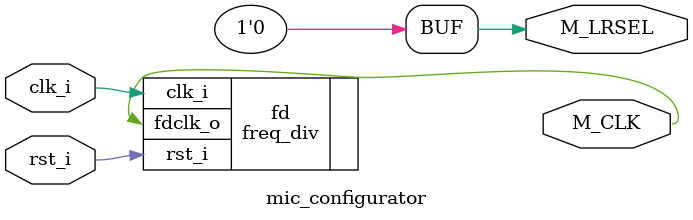
<source format=v>
`timescale 1ns / 1ps

module mic_configurator
    // 12Hz (max_freq) * 128 (precision) * 2 (>= 2 - Nyquist) = 3072000 Hz
    // 100MHz / 3072000Hz <= 32 - less than 3.3MHz
    #(parameter FREQ_DIV = 32)
(
    input clk_i,
    input rst_i,
    output M_CLK,
    output M_LRSEL
);

    freq_div #(.FREQ_DIV(FREQ_DIV)) fd(
        .clk_i(clk_i),
        .rst_i(rst_i),
        .fdclk_o(M_CLK)
    );
    
    assign M_LRSEL = 1'b0;

endmodule
</source>
